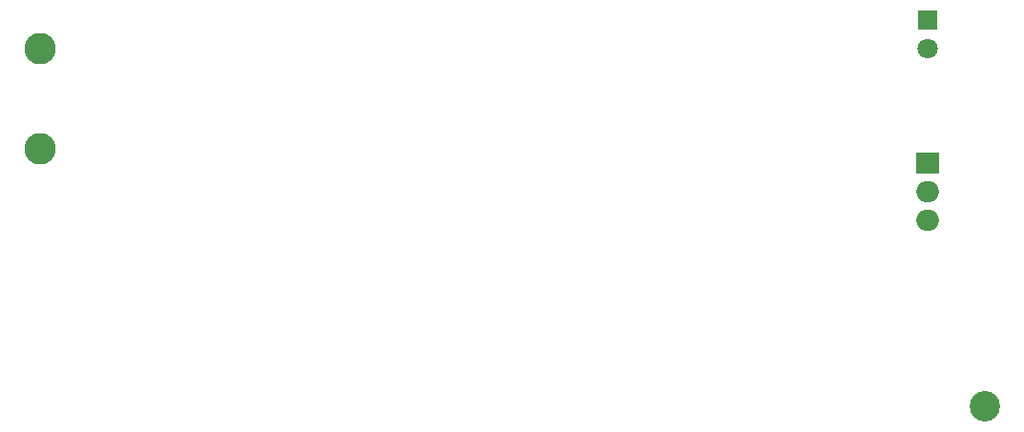
<source format=gbr>
%TF.GenerationSoftware,KiCad,Pcbnew,(5.1.9)-1*%
%TF.CreationDate,2021-03-19T17:10:50+05:30*%
%TF.ProjectId,PWM Based DC Motor Speed Controller,50574d20-4261-4736-9564-204443204d6f,rev?*%
%TF.SameCoordinates,Original*%
%TF.FileFunction,Soldermask,Bot*%
%TF.FilePolarity,Negative*%
%FSLAX46Y46*%
G04 Gerber Fmt 4.6, Leading zero omitted, Abs format (unit mm)*
G04 Created by KiCad (PCBNEW (5.1.9)-1) date 2021-03-19 17:10:50*
%MOMM*%
%LPD*%
G01*
G04 APERTURE LIST*
%ADD10C,2.700000*%
%ADD11C,2.800000*%
%ADD12O,2.000000X1.905000*%
%ADD13R,2.000000X1.905000*%
%ADD14C,1.800000*%
%ADD15R,1.800000X1.800000*%
G04 APERTURE END LIST*
D10*
%TO.C,REF\u002A\u002A*%
X175260000Y-119380000D03*
%TD*%
D11*
%TO.C,TP2*%
X91440000Y-96520000D03*
%TD*%
%TO.C,TP1*%
X91440000Y-87630000D03*
%TD*%
D12*
%TO.C,Q1*%
X170180000Y-102870000D03*
X170180000Y-100330000D03*
D13*
X170180000Y-97790000D03*
%TD*%
D14*
%TO.C,M1*%
X170180000Y-87630000D03*
D15*
X170180000Y-85090000D03*
%TD*%
M02*

</source>
